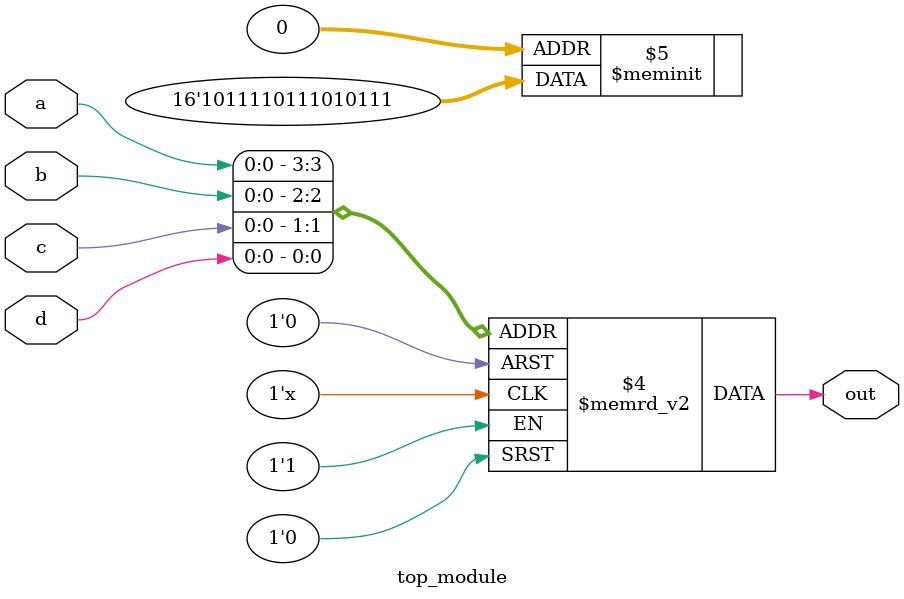
<source format=sv>
module top_module (
    input a, 
    input b,
    input c,
    input d,
    output reg out
);

always @(*) begin
    case ({a, b, c, d})
        4'b0000: out = 1'b1;
        4'b0001: out = 1'b1;
        4'b0010: out = 1'b1;
        4'b0011: out = 1'b0;
        4'b0100: out = 1'b1;
        4'b0101: out = 1'b0;
        4'b0110: out = 1'b1;
        4'b0111: out = 1'b1;
        4'b1000: out = 1'b1;
        4'b1001: out = 1'b0;
        4'b1010: out = 1'b1;
        4'b1011: out = 1'b1;
        4'b1100: out = 1'b1;
        4'b1101: out = 1'b1;
        4'b1110: out = 1'b0;
        4'b1111: out = 1'b1;
    endcase
end

endmodule

</source>
